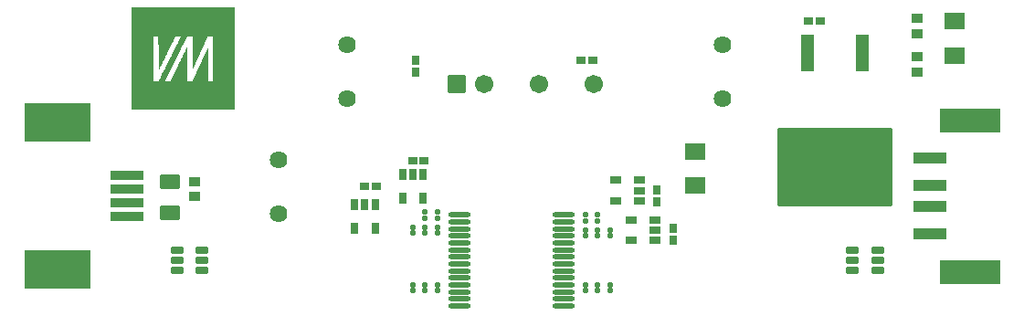
<source format=gts>
G04 Layer: TopSolderMaskLayer*
G04 EasyEDA Pro v2.2.36.7, 2025-03-08 17:24:09*
G04 Gerber Generator version 0.3*
G04 Scale: 100 percent, Rotated: No, Reflected: No*
G04 Dimensions in millimeters*
G04 Leading zeros omitted, absolute positions, 4 integers and 5 decimals*
%FSLAX45Y45*%
%MOMM*%
%AMRoundRect*1,1,$1,$2,$3*1,1,$1,$4,$5*1,1,$1,0-$2,0-$3*1,1,$1,0-$4,0-$5*20,1,$1,$2,$3,$4,$5,0*20,1,$1,$4,$5,0-$2,0-$3,0*20,1,$1,0-$2,0-$3,0-$4,0-$5,0*20,1,$1,0-$4,0-$5,$2,$3,0*4,1,4,$2,$3,$4,$5,0-$2,0-$3,0-$4,0-$5,$2,$3,0*%
%ADD10RoundRect,0.08756X0.54302X0.27302X0.54302X-0.27302*%
%ADD11O,2.11709X0.46561*%
%ADD12RoundRect,0.09388X0.57086X1.68313X0.57086X-1.68313*%
%ADD13RoundRect,0.1002X5.2839X3.59096X5.2839X-3.59096*%
%ADD14RoundRect,0.09588X-0.80286X0.80286X0.80286X0.80286*%
%ADD15C,1.7016*%
%ADD16RoundRect,0.09702X-2.75229X-1.02729X-2.75229X1.02729*%
%ADD17RoundRect,0.0982X-1.50468X-0.45468X-1.50468X0.45468*%
%ADD18RoundRect,0.09224X-1.50468X-0.45468X-1.50468X0.45468*%
%ADD19RoundRect,0.08202X-0.17179X-0.194X-0.17179X0.194*%
%ADD20RoundRect,0.08202X0.17179X0.194X0.17179X-0.194*%
%ADD21RoundRect,0.08771X0.40199X-0.27695X-0.40199X-0.27695*%
%ADD22RoundRect,0.08771X-0.27695X-0.40199X-0.27695X0.40199*%
%ADD23RoundRect,0.08771X-0.40199X0.27695X0.40199X0.27695*%
%ADD24RoundRect,0.09419X-0.8677X-0.59875X-0.8677X0.59875*%
%ADD25RoundRect,0.09131X-0.43715X-0.40514X-0.43715X0.40514*%
%ADD26RoundRect,0.09138X0.43712X0.40835X0.43712X-0.40835*%
%ADD27RoundRect,0.09138X-0.43712X-0.40835X-0.43712X0.40835*%
%ADD28RoundRect,0.08752X-0.50625X-0.30625X-0.50625X0.30625*%
%ADD29RoundRect,0.08752X0.30625X-0.50625X-0.30625X-0.50625*%
%ADD30C,1.6256*%
%ADD31RoundRect,0.09017X1.50571X0.35571X1.50571X-0.35571*%
%ADD32RoundRect,0.09874X3.02643X1.70143X3.02643X-1.70143*%
%ADD33RoundRect,0.09549X-0.86705X-0.74556X-0.86705X0.74556*%
G75*


G04 Image Start*
G36*
G01X1397000Y-590550D02*
G01X1397000Y-801981D01*
G01X1596549Y-801981D01*
G01X1596549Y-593950D01*
G01X1596549Y-385921D01*
G01X1596871Y-385599D01*
G01X1597193Y-385277D01*
G01X1620088Y-385400D01*
G01X1642982Y-385525D01*
G01X1643280Y-541496D01*
G01X1643280Y-541496D01*
G01X1643576Y-697468D01*
G01X1643994Y-700326D01*
G01X1644412Y-703183D01*
G01X1649055Y-693894D01*
G01X1653699Y-684605D01*
G01X1653699Y-684012D01*
G01X1653699Y-683418D01*
G01X1654056Y-683414D01*
G01X1654413Y-683411D01*
G01X1655008Y-682130D01*
G01X1655604Y-680847D01*
G01X1655604Y-680228D01*
G01X1655604Y-679609D01*
G01X1656080Y-679609D01*
G01X1656556Y-679609D01*
G01X1656556Y-678655D01*
G01X1656556Y-677703D01*
G01X1657033Y-677703D01*
G01X1657508Y-677703D01*
G01X1657508Y-676751D01*
G01X1657508Y-675798D01*
G01X1657985Y-675798D01*
G01X1658461Y-675798D01*
G01X1658461Y-674846D01*
G01X1658461Y-673893D01*
G01X1658937Y-673893D01*
G01X1659413Y-673893D01*
G01X1659413Y-672941D01*
G01X1659413Y-671989D01*
G01X1659890Y-671989D01*
G01X1660367Y-671989D01*
G01X1660367Y-671036D01*
G01X1660367Y-670084D01*
G01X1660842Y-670084D01*
G01X1661319Y-670084D01*
G01X1661319Y-669462D01*
G01X1661319Y-668839D01*
G01X1665129Y-661272D01*
G01X1668938Y-653706D01*
G01X1668938Y-653084D01*
G01X1668938Y-652462D01*
G01X1669415Y-652462D01*
G01X1669892Y-652462D01*
G01X1669892Y-651509D01*
G01X1669892Y-650557D01*
G01X1670367Y-650557D01*
G01X1670844Y-650557D01*
G01X1670844Y-649605D01*
G01X1670844Y-648652D01*
G01X1671320Y-648652D01*
G01X1671796Y-648652D01*
G01X1671801Y-648057D01*
G01X1671804Y-647462D01*
G01X1675610Y-639853D01*
G01X1679417Y-632244D01*
G01X1679417Y-631677D01*
G01X1679417Y-631110D01*
G01X1679773Y-630952D01*
G01X1680130Y-630793D01*
G01X1681679Y-627750D01*
G01X1683226Y-624706D01*
G01X1683226Y-624058D01*
G01X1683226Y-623411D01*
G01X1683702Y-623411D01*
G01X1684179Y-623411D01*
G01X1684179Y-622459D01*
G01X1684179Y-621506D01*
G01X1684655Y-621506D01*
G01X1685131Y-621506D01*
G01X1685131Y-620554D01*
G01X1685131Y-619602D01*
G01X1685488Y-619597D01*
G01X1685846Y-619593D01*
G01X1686441Y-618312D01*
G01X1687036Y-617030D01*
G01X1687036Y-616410D01*
G01X1687036Y-615791D01*
G01X1687512Y-615791D01*
G01X1687988Y-615791D01*
G01X1687988Y-615122D01*
G01X1687988Y-614452D01*
G01X1689060Y-612383D01*
G01X1690132Y-610314D01*
G01X1690489Y-610155D01*
G01X1690846Y-609997D01*
G01X1690846Y-609112D01*
G01X1690846Y-608227D01*
G01X1691322Y-607933D01*
G01X1691799Y-607639D01*
G01X1691799Y-606754D01*
G01X1691799Y-605869D01*
G01X1692180Y-605711D01*
G01X1692560Y-605551D01*
G01X1694084Y-602367D01*
G01X1695608Y-599182D01*
G01X1695608Y-598677D01*
G01X1695608Y-598170D01*
G01X1696085Y-598170D01*
G01X1696561Y-598170D01*
G01X1696561Y-597550D01*
G01X1696561Y-596931D01*
G01X1700847Y-588406D01*
G01X1705133Y-579882D01*
G01X1705133Y-579263D01*
G01X1705133Y-578643D01*
G01X1705610Y-578643D01*
G01X1706086Y-578643D01*
G01X1706086Y-577691D01*
G01X1706086Y-576738D01*
G01X1706443Y-576734D01*
G01X1706800Y-576731D01*
G01X1707395Y-575450D01*
G01X1707992Y-574167D01*
G01X1707992Y-573548D01*
G01X1707992Y-572929D01*
G01X1708467Y-572929D01*
G01X1708944Y-572929D01*
G01X1708944Y-571975D01*
G01X1708944Y-571023D01*
G01X1709420Y-571023D01*
G01X1709896Y-571023D01*
G01X1709896Y-570386D01*
G01X1709896Y-569747D01*
G01X1712277Y-565071D01*
G01X1714658Y-560393D01*
G01X1714658Y-559755D01*
G01X1714658Y-559118D01*
G01X1715135Y-559118D01*
G01X1715611Y-559118D01*
G01X1715611Y-558595D01*
G01X1715611Y-558073D01*
G01X1719421Y-550365D01*
G01X1723231Y-542655D01*
G01X1723231Y-542076D01*
G01X1723231Y-541496D01*
G01X1723588Y-541493D01*
G01X1723946Y-541488D01*
G01X1724541Y-540207D01*
G01X1725136Y-538925D01*
G01X1725136Y-538305D01*
G01X1725136Y-537686D01*
G01X1725613Y-537686D01*
G01X1726088Y-537686D01*
G01X1726088Y-536734D01*
G01X1726088Y-535781D01*
G01X1726565Y-535781D01*
G01X1727042Y-535781D01*
G01X1727042Y-534829D01*
G01X1727042Y-533876D01*
G01X1727517Y-533876D01*
G01X1727994Y-533876D01*
G01X1727994Y-532924D01*
G01X1727994Y-531972D01*
G01X1728350Y-531968D01*
G01X1728708Y-531963D01*
G01X1729304Y-530682D01*
G01X1729899Y-529400D01*
G01X1729899Y-528780D01*
G01X1729899Y-528161D01*
G01X1730375Y-528161D01*
G01X1730851Y-528161D01*
G01X1730851Y-527461D01*
G01X1730851Y-526761D01*
G01X1731804Y-525065D01*
G01X1732756Y-523370D01*
G01X1732756Y-522669D01*
G01X1732756Y-521970D01*
G01X1733113Y-521966D01*
G01X1733471Y-521963D01*
G01X1734066Y-520680D01*
G01X1734661Y-519398D01*
G01X1734661Y-518779D01*
G01X1734661Y-518159D01*
G01X1735138Y-518159D01*
G01X1735613Y-518159D01*
G01X1735613Y-517207D01*
G01X1735613Y-516254D01*
G01X1736090Y-516254D01*
G01X1736566Y-516254D01*
G01X1736566Y-515632D01*
G01X1736566Y-515011D01*
G01X1740376Y-507444D01*
G01X1744186Y-499878D01*
G01X1744186Y-499256D01*
G01X1744186Y-498634D01*
G01X1744543Y-498629D01*
G01X1744900Y-498626D01*
G01X1745496Y-497345D01*
G01X1746091Y-496062D01*
G01X1746091Y-495443D01*
G01X1746091Y-494824D01*
G01X1746567Y-494824D01*
G01X1747043Y-494824D01*
G01X1747043Y-493872D01*
G01X1747043Y-492918D01*
G01X1747520Y-492918D01*
G01X1747995Y-492918D01*
G01X1747993Y-492323D01*
G01X1747991Y-491728D01*
G01X1750897Y-485775D01*
G01X1753806Y-479821D01*
G01X1754235Y-478988D01*
G01X1754663Y-478154D01*
G01X1755104Y-477321D01*
G01X1755543Y-476487D01*
G01X1760818Y-465767D01*
G01X1766093Y-455047D01*
G01X1766093Y-454457D01*
G01X1766093Y-453866D01*
G01X1766570Y-453866D01*
G01X1767047Y-453866D01*
G01X1767047Y-452913D01*
G01X1767047Y-451961D01*
G01X1767522Y-451961D01*
G01X1767999Y-451961D01*
G01X1767999Y-451330D01*
G01X1767999Y-450700D01*
G01X1770856Y-445055D01*
G01X1773713Y-439412D01*
G01X1773713Y-438781D01*
G01X1773713Y-438150D01*
G01X1774190Y-438150D01*
G01X1774666Y-438150D01*
G01X1774666Y-437533D01*
G01X1774666Y-436917D01*
G01X1779429Y-427434D01*
G01X1784191Y-417952D01*
G01X1784191Y-417336D01*
G01X1784191Y-416719D01*
G01X1784667Y-416719D01*
G01X1785143Y-416719D01*
G01X1785143Y-415767D01*
G01X1785143Y-414813D01*
G01X1785620Y-414813D01*
G01X1786097Y-414813D01*
G01X1786097Y-413861D01*
G01X1786097Y-412908D01*
G01X1786572Y-412908D01*
G01X1787049Y-412908D01*
G01X1787049Y-411956D01*
G01X1787049Y-411004D01*
G01X1787525Y-411004D01*
G01X1788001Y-411004D01*
G01X1788001Y-410377D01*
G01X1788001Y-409751D01*
G01X1790379Y-405020D01*
G01X1792756Y-400288D01*
G01X1792759Y-399692D01*
G01X1792763Y-399097D01*
G01X1793240Y-399097D01*
G01X1793716Y-399097D01*
G01X1793716Y-398505D01*
G01X1793716Y-397913D01*
G01X1796860Y-391600D01*
G01X1800005Y-385286D01*
G01X1821836Y-385286D01*
G01X1843666Y-385286D01*
G01X1843960Y-385762D01*
G01X1844255Y-386238D01*
G01X1847084Y-386238D01*
G01X1849913Y-386238D01*
G01X1849913Y-387085D01*
G01X1849913Y-387932D01*
G01X1842293Y-403146D01*
G01X1834673Y-418359D01*
G01X1834673Y-418927D01*
G01X1834673Y-419497D01*
G01X1834305Y-419656D01*
G01X1833936Y-419814D01*
G01X1820969Y-445770D01*
G01X1808003Y-471725D01*
G01X1808003Y-472321D01*
G01X1808004Y-472916D01*
G01X1807527Y-472916D01*
G01X1807051Y-472916D01*
G01X1807051Y-473868D01*
G01X1807051Y-474820D01*
G01X1806694Y-474825D01*
G01X1806337Y-474829D01*
G01X1805742Y-476110D01*
G01X1805147Y-477392D01*
G01X1805147Y-477972D01*
G01X1805147Y-478551D01*
G01X1804785Y-478711D01*
G01X1804423Y-478869D01*
G01X1802399Y-482917D01*
G01X1800376Y-486966D01*
G01X1800379Y-487561D01*
G01X1800384Y-488156D01*
G01X1799907Y-488156D01*
G01X1799431Y-488156D01*
G01X1799431Y-489109D01*
G01X1799431Y-490061D01*
G01X1798954Y-490061D01*
G01X1798479Y-490061D01*
G01X1798479Y-490974D01*
G01X1798479Y-491887D01*
G01X1798117Y-492045D01*
G01X1797755Y-492205D01*
G01X1795732Y-496252D01*
G01X1793708Y-500300D01*
G01X1793711Y-500896D01*
G01X1793716Y-501491D01*
G01X1793240Y-501491D01*
G01X1792763Y-501491D01*
G01X1792763Y-502443D01*
G01X1792763Y-503397D01*
G01X1792288Y-503397D01*
G01X1791811Y-503397D01*
G01X1791811Y-504349D01*
G01X1791811Y-505301D01*
G01X1791334Y-505301D01*
G01X1790859Y-505301D01*
G01X1790859Y-506254D01*
G01X1790859Y-507206D01*
G01X1790382Y-507206D01*
G01X1789906Y-507206D01*
G01X1789906Y-508159D01*
G01X1789906Y-509111D01*
G01X1789549Y-509115D01*
G01X1789192Y-509118D01*
G01X1788596Y-510401D01*
G01X1788001Y-511682D01*
G01X1788001Y-512301D01*
G01X1788001Y-512922D01*
G01X1787525Y-512922D01*
G01X1787049Y-512922D01*
G01X1787049Y-513874D01*
G01X1787049Y-514826D01*
G01X1786572Y-514826D01*
G01X1786097Y-514826D01*
G01X1786097Y-515779D01*
G01X1786097Y-516731D01*
G01X1785620Y-516731D01*
G01X1785143Y-516731D01*
G01X1785143Y-517684D01*
G01X1785143Y-518636D01*
G01X1784667Y-518636D01*
G01X1784191Y-518636D01*
G01X1784191Y-519588D01*
G01X1784191Y-520541D01*
G01X1783715Y-520541D01*
G01X1783238Y-520541D01*
G01X1783238Y-521493D01*
G01X1783238Y-522447D01*
G01X1782763Y-522447D01*
G01X1782286Y-522447D01*
G01X1782286Y-523399D01*
G01X1782286Y-524351D01*
G01X1781810Y-524351D01*
G01X1781334Y-524351D01*
G01X1781334Y-525304D01*
G01X1781334Y-526256D01*
G01X1780857Y-526256D01*
G01X1780381Y-526256D01*
G01X1780381Y-526875D01*
G01X1780381Y-527495D01*
G01X1779786Y-528777D01*
G01X1779191Y-530059D01*
G01X1778834Y-530063D01*
G01X1778476Y-530066D01*
G01X1778476Y-531018D01*
G01X1778476Y-531972D01*
G01X1778000Y-531972D01*
G01X1777524Y-531972D01*
G01X1777524Y-532924D01*
G01X1777524Y-533876D01*
G01X1777047Y-533876D01*
G01X1776572Y-533876D01*
G01X1776572Y-534829D01*
G01X1776572Y-535781D01*
G01X1776095Y-535781D01*
G01X1775618Y-535781D01*
G01X1775618Y-536734D01*
G01X1775618Y-537686D01*
G01X1775142Y-537686D01*
G01X1774666Y-537686D01*
G01X1774666Y-538638D01*
G01X1774666Y-539591D01*
G01X1774190Y-539591D01*
G01X1773713Y-539591D01*
G01X1773713Y-540543D01*
G01X1773713Y-541496D01*
G01X1773238Y-541496D01*
G01X1772761Y-541496D01*
G01X1772761Y-542116D01*
G01X1772761Y-542735D01*
G01X1772166Y-544016D01*
G01X1771571Y-545299D01*
G01X1771213Y-545302D01*
G01X1770856Y-545306D01*
G01X1770856Y-546259D01*
G01X1770856Y-547211D01*
G01X1770379Y-547211D01*
G01X1769904Y-547211D01*
G01X1769904Y-547830D01*
G01X1769904Y-548450D01*
G01X1769309Y-549732D01*
G01X1768712Y-551013D01*
G01X1768356Y-551018D01*
G01X1767999Y-551021D01*
G01X1767999Y-551973D01*
G01X1767999Y-552925D01*
G01X1767522Y-552925D01*
G01X1767047Y-552925D01*
G01X1767047Y-553879D01*
G01X1767047Y-554831D01*
G01X1766570Y-554831D01*
G01X1766093Y-554831D01*
G01X1766093Y-555478D01*
G01X1766093Y-556126D01*
G01X1764546Y-559170D01*
G01X1762998Y-562213D01*
G01X1762641Y-562372D01*
G01X1762284Y-562530D01*
G01X1762284Y-563093D01*
G01X1762284Y-563655D01*
G01X1747043Y-594122D01*
G01X1731804Y-624588D01*
G01X1731804Y-625150D01*
G01X1731804Y-625713D01*
G01X1731446Y-625871D01*
G01X1731089Y-626030D01*
G01X1729542Y-629154D01*
G01X1727994Y-632279D01*
G01X1727994Y-632845D01*
G01X1727994Y-633412D01*
G01X1727517Y-633412D01*
G01X1727042Y-633412D01*
G01X1727042Y-634324D01*
G01X1727042Y-635238D01*
G01X1726669Y-635396D01*
G01X1726298Y-635556D01*
G01X1723812Y-640645D01*
G01X1721326Y-645735D01*
G01X1721326Y-646241D01*
G01X1721326Y-646747D01*
G01X1720850Y-646747D01*
G01X1720374Y-646747D01*
G01X1720374Y-647700D01*
G01X1720374Y-648652D01*
G01X1719897Y-648652D01*
G01X1719421Y-648652D01*
G01X1719421Y-649605D01*
G01X1719421Y-650557D01*
G01X1718945Y-650557D01*
G01X1718469Y-650557D01*
G01X1718469Y-651509D01*
G01X1718469Y-652462D01*
G01X1717992Y-652462D01*
G01X1717517Y-652462D01*
G01X1717517Y-653082D01*
G01X1717517Y-653701D01*
G01X1716921Y-654983D01*
G01X1716325Y-656264D01*
G01X1715968Y-656268D01*
G01X1715611Y-656272D01*
G01X1715611Y-657225D01*
G01X1715611Y-658177D01*
G01X1715135Y-658177D01*
G01X1714658Y-658177D01*
G01X1714658Y-658796D01*
G01X1714658Y-659416D01*
G01X1714063Y-660698D01*
G01X1713468Y-661980D01*
G01X1713111Y-661984D01*
G01X1712754Y-661987D01*
G01X1712754Y-662607D01*
G01X1712754Y-663226D01*
G01X1712158Y-664508D01*
G01X1711563Y-665789D01*
G01X1711206Y-665793D01*
G01X1710849Y-665798D01*
G01X1710849Y-666750D01*
G01X1710849Y-667702D01*
G01X1710372Y-667702D01*
G01X1709896Y-667702D01*
G01X1709896Y-668285D01*
G01X1709896Y-668867D01*
G01X1707395Y-673881D01*
G01X1704896Y-678894D01*
G01X1704538Y-679053D01*
G01X1704181Y-679212D01*
G01X1704181Y-680124D01*
G01X1704181Y-681037D01*
G01X1703704Y-681037D01*
G01X1703229Y-681037D01*
G01X1703229Y-681989D01*
G01X1703229Y-682943D01*
G01X1702752Y-682943D01*
G01X1702276Y-682943D01*
G01X1702276Y-683545D01*
G01X1702276Y-684147D01*
G01X1688465Y-711756D01*
G01X1674654Y-739363D01*
G01X1674654Y-739965D01*
G01X1674654Y-740569D01*
G01X1674178Y-740569D01*
G01X1673701Y-740569D01*
G01X1673701Y-741481D01*
G01X1673701Y-742394D01*
G01X1673344Y-742553D01*
G01X1672987Y-742711D01*
G01X1671439Y-745755D01*
G01X1669892Y-748798D01*
G01X1669892Y-749406D01*
G01X1669892Y-750014D01*
G01X1669534Y-750173D01*
G01X1669177Y-750331D01*
G01X1668105Y-752401D01*
G01X1667033Y-754469D01*
G01X1667033Y-755100D01*
G01X1667033Y-755729D01*
G01X1666667Y-755888D01*
G01X1666300Y-756047D01*
G01X1660950Y-766762D01*
G01X1655601Y-777477D01*
G01X1655602Y-778073D01*
G01X1655604Y-778669D01*
G01X1655128Y-778669D01*
G01X1654651Y-778669D01*
G01X1654651Y-779581D01*
G01X1654651Y-780494D01*
G01X1654287Y-780653D01*
G01X1653923Y-780811D01*
G01X1650951Y-786765D01*
G01X1647978Y-792718D01*
G01X1647981Y-793313D01*
G01X1647983Y-793908D01*
G01X1647508Y-793908D01*
G01X1647031Y-793908D01*
G01X1647031Y-794860D01*
G01X1647031Y-795814D01*
G01X1646674Y-795817D01*
G01X1646316Y-795821D01*
G01X1645721Y-797103D01*
G01X1645126Y-798384D01*
G01X1645126Y-799004D01*
G01X1645126Y-799623D01*
G01X1644649Y-799623D01*
G01X1644174Y-799623D01*
G01X1644174Y-800372D01*
G01X1644174Y-801120D01*
G01X1643374Y-801920D01*
G01X1643051Y-802243D01*
G01X1702038Y-802243D01*
G01X1702200Y-800576D01*
G01X1702361Y-798909D01*
G01X1702795Y-798751D01*
G01X1703229Y-798591D01*
G01X1703229Y-797719D01*
G01X1703229Y-796845D01*
G01X1703591Y-796687D01*
G01X1703951Y-796527D01*
G01X1705975Y-792480D01*
G01X1707999Y-788431D01*
G01X1707995Y-787876D01*
G01X1707992Y-787320D01*
G01X1708348Y-787162D01*
G01X1708705Y-787002D01*
G01X1710254Y-783959D01*
G01X1711801Y-780916D01*
G01X1711801Y-780308D01*
G01X1711801Y-779701D01*
G01X1712166Y-779541D01*
G01X1712533Y-779383D01*
G01X1716456Y-771525D01*
G01X1720379Y-763666D01*
G01X1720376Y-763111D01*
G01X1720374Y-762555D01*
G01X1720742Y-762396D01*
G01X1721110Y-762238D01*
G01X1755142Y-694134D01*
G01X1789175Y-626030D01*
G01X1789541Y-625871D01*
G01X1789906Y-625713D01*
G01X1789906Y-625159D01*
G01X1789906Y-624605D01*
G01X1793358Y-617698D01*
G01X1796812Y-610790D01*
G01X1797169Y-610632D01*
G01X1797526Y-610473D01*
G01X1797524Y-609917D01*
G01X1797523Y-609362D01*
G01X1800025Y-604361D01*
G01X1802526Y-599360D01*
G01X1802883Y-599202D01*
G01X1803241Y-599043D01*
G01X1803241Y-598464D01*
G01X1803241Y-597883D01*
G01X1803836Y-596602D01*
G01X1804432Y-595320D01*
G01X1804788Y-595316D01*
G01X1805147Y-595312D01*
G01X1805147Y-594611D01*
G01X1805147Y-593909D01*
G01X1806308Y-591872D01*
G01X1807469Y-589835D01*
G01X1811657Y-581500D01*
G01X1815846Y-573167D01*
G01X1816210Y-573007D01*
G01X1816576Y-572849D01*
G01X1816576Y-571937D01*
G01X1816576Y-571023D01*
G01X1817052Y-571023D01*
G01X1817529Y-571023D01*
G01X1817529Y-570071D01*
G01X1817529Y-569118D01*
G01X1818004Y-569118D01*
G01X1818481Y-569118D01*
G01X1818481Y-568499D01*
G01X1818481Y-567879D01*
G01X1819076Y-566597D01*
G01X1819671Y-565316D01*
G01X1820029Y-565313D01*
G01X1820386Y-565309D01*
G01X1820386Y-564356D01*
G01X1820386Y-563404D01*
G01X1820863Y-563404D01*
G01X1821338Y-563404D01*
G01X1821338Y-562450D01*
G01X1821338Y-561498D01*
G01X1821815Y-561498D01*
G01X1822291Y-561498D01*
G01X1822291Y-560546D01*
G01X1822291Y-559593D01*
G01X1822768Y-559593D01*
G01X1823243Y-559593D01*
G01X1823243Y-558641D01*
G01X1823243Y-557688D01*
G01X1823720Y-557688D01*
G01X1824196Y-557688D01*
G01X1824196Y-556736D01*
G01X1824196Y-555784D01*
G01X1824672Y-555784D01*
G01X1825149Y-555784D01*
G01X1825149Y-554831D01*
G01X1825149Y-553879D01*
G01X1825625Y-553879D01*
G01X1826101Y-553879D01*
G01X1826101Y-552925D01*
G01X1826101Y-551973D01*
G01X1826577Y-551973D01*
G01X1827054Y-551973D01*
G01X1827054Y-551021D01*
G01X1827054Y-550068D01*
G01X1827530Y-550068D01*
G01X1828006Y-550068D01*
G01X1828006Y-549116D01*
G01X1828006Y-548163D01*
G01X1828482Y-548163D01*
G01X1828959Y-548163D01*
G01X1828959Y-547211D01*
G01X1828959Y-546259D01*
G01X1829434Y-546259D01*
G01X1829911Y-546259D01*
G01X1829911Y-545306D01*
G01X1829911Y-544354D01*
G01X1830388Y-544354D01*
G01X1830863Y-544354D01*
G01X1830863Y-543401D01*
G01X1830863Y-542449D01*
G01X1831340Y-542449D01*
G01X1831816Y-542449D01*
G01X1831816Y-541496D01*
G01X1831816Y-540543D01*
G01X1832293Y-540543D01*
G01X1832768Y-540543D01*
G01X1832768Y-539591D01*
G01X1832768Y-538638D01*
G01X1833245Y-538638D01*
G01X1833721Y-538638D01*
G01X1833721Y-537686D01*
G01X1833721Y-536734D01*
G01X1834197Y-536734D01*
G01X1834673Y-536734D01*
G01X1834673Y-535781D01*
G01X1834673Y-534829D01*
G01X1835150Y-534829D01*
G01X1835625Y-534829D01*
G01X1835625Y-533876D01*
G01X1835625Y-532924D01*
G01X1836102Y-532924D01*
G01X1836579Y-532924D01*
G01X1836579Y-531972D01*
G01X1836579Y-531018D01*
G01X1837055Y-531018D01*
G01X1837531Y-531018D01*
G01X1837531Y-530066D01*
G01X1837531Y-529113D01*
G01X1838007Y-529113D01*
G01X1838484Y-529113D01*
G01X1838484Y-528161D01*
G01X1838484Y-527209D01*
G01X1838959Y-527209D01*
G01X1839436Y-527209D01*
G01X1839436Y-526256D01*
G01X1839436Y-525304D01*
G01X1839793Y-525300D01*
G01X1840151Y-525297D01*
G01X1840746Y-524014D01*
G01X1841341Y-522732D01*
G01X1841341Y-522113D01*
G01X1841341Y-521493D01*
G01X1841818Y-521493D01*
G01X1842293Y-521493D01*
G01X1842293Y-520541D01*
G01X1842293Y-519588D01*
G01X1842770Y-519588D01*
G01X1843246Y-519588D01*
G01X1843246Y-518636D01*
G01X1843246Y-517684D01*
G01X1843722Y-517684D01*
G01X1844198Y-517684D01*
G01X1844198Y-516731D01*
G01X1844198Y-515779D01*
G01X1844675Y-515779D01*
G01X1845150Y-515779D01*
G01X1845150Y-514826D01*
G01X1845150Y-513874D01*
G01X1845509Y-513870D01*
G01X1845865Y-513866D01*
G01X1846461Y-512584D01*
G01X1847056Y-511302D01*
G01X1847056Y-510682D01*
G01X1847056Y-510063D01*
G01X1847532Y-510063D01*
G01X1848009Y-510063D01*
G01X1848009Y-509111D01*
G01X1848009Y-508159D01*
G01X1848484Y-508159D01*
G01X1848961Y-508159D01*
G01X1848961Y-507246D01*
G01X1848961Y-506332D01*
G01X1849318Y-506174D01*
G01X1849676Y-506016D01*
G01X1851223Y-502972D01*
G01X1852771Y-499928D01*
G01X1852771Y-499321D01*
G01X1852771Y-498713D01*
G01X1853139Y-498554D01*
G01X1853507Y-498396D01*
G01X1860862Y-483632D01*
G01X1868215Y-468868D01*
G01X1868471Y-468629D01*
G01X1868726Y-468392D01*
G01X1869799Y-466249D01*
G01X1870871Y-464105D01*
G01X1870869Y-463550D01*
G01X1870868Y-462995D01*
G01X1871235Y-462835D01*
G01X1871600Y-462677D01*
G01X1875631Y-454580D01*
G01X1879662Y-446484D01*
G01X1880028Y-446325D01*
G01X1880393Y-446167D01*
G01X1880393Y-445254D01*
G01X1880393Y-444342D01*
G01X1880870Y-444342D01*
G01X1881346Y-444342D01*
G01X1881346Y-443388D01*
G01X1881346Y-442436D01*
G01X1881822Y-442436D01*
G01X1882298Y-442436D01*
G01X1882298Y-441483D01*
G01X1882298Y-440531D01*
G01X1882775Y-440531D01*
G01X1883252Y-440531D01*
G01X1883252Y-439579D01*
G01X1883252Y-438626D01*
G01X1883727Y-438626D01*
G01X1884204Y-438626D01*
G01X1884204Y-437674D01*
G01X1884204Y-436721D01*
G01X1884680Y-436721D01*
G01X1885156Y-436721D01*
G01X1885156Y-435769D01*
G01X1885156Y-434817D01*
G01X1885632Y-434817D01*
G01X1886109Y-434817D01*
G01X1886109Y-433863D01*
G01X1886109Y-432911D01*
G01X1886584Y-432911D01*
G01X1887061Y-432911D01*
G01X1887061Y-431958D01*
G01X1887061Y-431006D01*
G01X1887537Y-431006D01*
G01X1888014Y-431006D01*
G01X1888014Y-430054D01*
G01X1888014Y-429101D01*
G01X1888489Y-429101D01*
G01X1888966Y-429101D01*
G01X1888966Y-428149D01*
G01X1888966Y-427196D01*
G01X1889443Y-427196D01*
G01X1889918Y-427196D01*
G01X1889918Y-426244D01*
G01X1889918Y-425292D01*
G01X1890395Y-425292D01*
G01X1890871Y-425292D01*
G01X1890871Y-424338D01*
G01X1890871Y-423386D01*
G01X1891347Y-423386D01*
G01X1891823Y-423386D01*
G01X1891823Y-422433D01*
G01X1891823Y-421481D01*
G01X1892300Y-421481D01*
G01X1892777Y-421481D01*
G01X1892777Y-420529D01*
G01X1892777Y-419576D01*
G01X1893252Y-419576D01*
G01X1893729Y-419576D01*
G01X1893729Y-418624D01*
G01X1893729Y-417671D01*
G01X1894205Y-417671D01*
G01X1894681Y-417671D01*
G01X1894681Y-416719D01*
G01X1894681Y-415767D01*
G01X1895157Y-415767D01*
G01X1895634Y-415767D01*
G01X1895634Y-414813D01*
G01X1895634Y-413861D01*
G01X1896109Y-413861D01*
G01X1896586Y-413861D01*
G01X1896586Y-412908D01*
G01X1896586Y-411956D01*
G01X1897062Y-411956D01*
G01X1897539Y-411956D01*
G01X1897539Y-411004D01*
G01X1897539Y-410051D01*
G01X1898014Y-410051D01*
G01X1898491Y-410051D01*
G01X1898491Y-409099D01*
G01X1898491Y-408146D01*
G01X1898968Y-408146D01*
G01X1899443Y-408146D01*
G01X1899443Y-407194D01*
G01X1899443Y-406242D01*
G01X1899920Y-406242D01*
G01X1900396Y-406242D01*
G01X1900396Y-405328D01*
G01X1900396Y-404415D01*
G01X1900753Y-404257D01*
G01X1901110Y-404098D01*
G01X1902182Y-402028D01*
G01X1903254Y-399960D01*
G01X1903254Y-399291D01*
G01X1903254Y-398621D01*
G01X1903730Y-398621D01*
G01X1904206Y-398621D01*
G01X1904206Y-397669D01*
G01X1904206Y-396717D01*
G01X1904682Y-396717D01*
G01X1905159Y-396717D01*
G01X1905159Y-395763D01*
G01X1905159Y-394811D01*
G01X1905634Y-394811D01*
G01X1906111Y-394811D01*
G01X1906111Y-393858D01*
G01X1906111Y-392906D01*
G01X1906468Y-392903D01*
G01X1906826Y-392899D01*
G01X1907421Y-391617D01*
G01X1908016Y-390334D01*
G01X1908016Y-389715D01*
G01X1908016Y-389096D01*
G01X1908493Y-389096D01*
G01X1908968Y-389096D01*
G01X1908968Y-388348D01*
G01X1908968Y-387599D01*
G01X1909606Y-386962D01*
G01X1910243Y-386324D01*
G01X1915916Y-386011D01*
G01X1921589Y-385696D01*
G01X1937543Y-385349D01*
G01X1953497Y-385002D01*
G01X1955403Y-385025D01*
G01X1957308Y-385048D01*
G01X1957662Y-516017D01*
G01X1957662Y-516017D01*
G01X1958017Y-646985D01*
G01X1958376Y-671036D01*
G01X1958736Y-695086D01*
G01X1960082Y-692229D01*
G01X1961427Y-689372D01*
G01X1962344Y-687540D01*
G01X1963261Y-685710D01*
G01X1963261Y-685040D01*
G01X1963261Y-684371D01*
G01X1963737Y-684371D01*
G01X1964214Y-684371D01*
G01X1964214Y-683418D01*
G01X1964214Y-682466D01*
G01X1964689Y-682466D01*
G01X1965166Y-682466D01*
G01X1965166Y-681514D01*
G01X1965166Y-680561D01*
G01X1965643Y-680561D01*
G01X1966118Y-680561D01*
G01X1966118Y-679840D01*
G01X1966118Y-679119D01*
G01X1966535Y-678293D01*
G01X1966951Y-677465D01*
G01X1967964Y-675397D01*
G01X1968976Y-673327D01*
G01X1968976Y-672658D01*
G01X1968976Y-671989D01*
G01X1969452Y-671989D01*
G01X1969928Y-671989D01*
G01X1969928Y-671036D01*
G01X1969928Y-670084D01*
G01X1970405Y-670084D01*
G01X1970880Y-670084D01*
G01X1970880Y-669130D01*
G01X1970880Y-668178D01*
G01X1971357Y-668178D01*
G01X1971834Y-668178D01*
G01X1971834Y-667226D01*
G01X1971834Y-666273D01*
G01X1972310Y-666273D01*
G01X1972786Y-666273D01*
G01X1972786Y-665552D01*
G01X1972786Y-664831D01*
G01X1973208Y-664005D01*
G01X1973629Y-663178D01*
G01X1975113Y-660134D01*
G01X1976596Y-657091D01*
G01X1976596Y-656443D01*
G01X1976596Y-655796D01*
G01X1977073Y-655796D01*
G01X1977548Y-655796D01*
G01X1977548Y-654843D01*
G01X1977548Y-653891D01*
G01X1978025Y-653891D01*
G01X1978501Y-653891D01*
G01X1978501Y-653170D01*
G01X1978501Y-652449D01*
G01X1978922Y-651623D01*
G01X1979344Y-650795D01*
G01X1980828Y-647752D01*
G01X1982311Y-644708D01*
G01X1982311Y-644061D01*
G01X1982311Y-643414D01*
G01X1982787Y-643414D01*
G01X1983264Y-643414D01*
G01X1983264Y-642461D01*
G01X1983264Y-641509D01*
G01X1983739Y-641509D01*
G01X1984216Y-641509D01*
G01X1984216Y-640585D01*
G01X1984216Y-639659D01*
G01X1984692Y-639365D01*
G01X1985168Y-639071D01*
G01X1985168Y-638147D01*
G01X1985168Y-637222D01*
G01X1985644Y-637222D01*
G01X1986121Y-637222D01*
G01X1986121Y-636522D01*
G01X1986121Y-635822D01*
G01X1987073Y-634126D01*
G01X1988026Y-632431D01*
G01X1988026Y-631731D01*
G01X1988026Y-631031D01*
G01X1988502Y-631031D01*
G01X1988978Y-631031D01*
G01X1988978Y-630079D01*
G01X1988978Y-629127D01*
G01X1989455Y-629127D01*
G01X1989930Y-629127D01*
G01X1989930Y-628173D01*
G01X1989930Y-627221D01*
G01X1990407Y-627221D01*
G01X1990884Y-627221D01*
G01X1990884Y-626500D01*
G01X1990884Y-625779D01*
G01X1991305Y-624952D01*
G01X1991727Y-624126D01*
G01X1993210Y-621082D01*
G01X1994693Y-618039D01*
G01X1994693Y-617391D01*
G01X1994693Y-616743D01*
G01X1995169Y-616743D01*
G01X1995646Y-616743D01*
G01X1995646Y-615791D01*
G01X1995646Y-614839D01*
G01X1996123Y-614839D01*
G01X1996598Y-614839D01*
G01X1996598Y-614118D01*
G01X1996598Y-613397D01*
G01X1997058Y-612570D01*
G01X1997516Y-611742D01*
G01X1998486Y-609629D01*
G01X1999455Y-607516D01*
G01X1999455Y-606891D01*
G01X1999455Y-606266D01*
G01X1999932Y-606266D01*
G01X2000409Y-606266D01*
G01X2000409Y-605314D01*
G01X2000409Y-604361D01*
G01X2000885Y-604361D01*
G01X2001361Y-604361D01*
G01X2001361Y-603409D01*
G01X2001361Y-602456D01*
G01X2001837Y-602456D01*
G01X2002314Y-602456D01*
G01X2002314Y-601735D01*
G01X2002314Y-601015D01*
G01X2002730Y-600187D01*
G01X2003147Y-599360D01*
G01X2004159Y-597292D01*
G01X2005171Y-595222D01*
G01X2005171Y-594553D01*
G01X2005171Y-593884D01*
G01X2005648Y-593884D01*
G01X2006123Y-593884D01*
G01X2006123Y-592931D01*
G01X2006123Y-591979D01*
G01X2006600Y-591979D01*
G01X2007076Y-591979D01*
G01X2007076Y-591025D01*
G01X2007076Y-590073D01*
G01X2007552Y-590073D01*
G01X2008028Y-590073D01*
G01X2008028Y-589352D01*
G01X2008028Y-588631D01*
G01X2008450Y-587805D01*
G01X2008871Y-586978D01*
G01X2010356Y-583934D01*
G01X2011839Y-580891D01*
G01X2011839Y-580244D01*
G01X2011839Y-579596D01*
G01X2012314Y-579596D01*
G01X2012791Y-579596D01*
G01X2012791Y-578643D01*
G01X2012791Y-577691D01*
G01X2013267Y-577691D01*
G01X2013744Y-577691D01*
G01X2013744Y-576970D01*
G01X2013744Y-576249D01*
G01X2014160Y-575422D01*
G01X2014576Y-574596D01*
G01X2015589Y-572526D01*
G01X2016601Y-570457D01*
G01X2016601Y-569788D01*
G01X2016601Y-569118D01*
G01X2017077Y-569118D01*
G01X2017553Y-569118D01*
G01X2017553Y-568166D01*
G01X2017553Y-567213D01*
G01X2018030Y-567213D01*
G01X2018506Y-567213D01*
G01X2018506Y-566544D01*
G01X2018506Y-565875D01*
G01X2019458Y-563925D01*
G01X2020411Y-561975D01*
G01X2021364Y-560025D01*
G01X2022316Y-558075D01*
G01X2022316Y-557405D01*
G01X2022316Y-556736D01*
G01X2022792Y-556736D01*
G01X2023269Y-556736D01*
G01X2023269Y-555784D01*
G01X2023269Y-554831D01*
G01X2023744Y-554831D01*
G01X2024221Y-554831D01*
G01X2024221Y-553907D01*
G01X2024221Y-552982D01*
G01X2024698Y-552688D01*
G01X2025173Y-552393D01*
G01X2025173Y-551469D01*
G01X2025173Y-550545D01*
G01X2025650Y-550545D01*
G01X2026126Y-550545D01*
G01X2026126Y-549844D01*
G01X2026126Y-549145D01*
G01X2027078Y-547449D01*
G01X2028031Y-545753D01*
G01X2028031Y-545053D01*
G01X2028031Y-544354D01*
G01X2028507Y-544354D01*
G01X2028983Y-544354D01*
G01X2028983Y-543401D01*
G01X2028983Y-542449D01*
G01X2029460Y-542449D01*
G01X2029935Y-542449D01*
G01X2029935Y-541524D01*
G01X2029935Y-540600D01*
G01X2030412Y-540305D01*
G01X2030889Y-540011D01*
G01X2030889Y-539087D01*
G01X2030889Y-538163D01*
G01X2031364Y-538163D01*
G01X2031841Y-538163D01*
G01X2031841Y-537238D01*
G01X2031841Y-536313D01*
G01X2032317Y-536019D01*
G01X2032794Y-535725D01*
G01X2032794Y-534801D01*
G01X2032794Y-533876D01*
G01X2033269Y-533876D01*
G01X2033746Y-533876D01*
G01X2033746Y-532924D01*
G01X2033746Y-531972D01*
G01X2034223Y-531972D01*
G01X2034698Y-531972D01*
G01X2034698Y-531018D01*
G01X2034698Y-530066D01*
G01X2035175Y-530066D01*
G01X2035651Y-530066D01*
G01X2035651Y-528876D01*
G01X2035651Y-527684D01*
G01X2036127Y-527684D01*
G01X2036603Y-527684D01*
G01X2036603Y-526985D01*
G01X2036603Y-526285D01*
G01X2037556Y-524589D01*
G01X2038508Y-522893D01*
G01X2038508Y-522194D01*
G01X2038508Y-521493D01*
G01X2038985Y-521493D01*
G01X2039460Y-521493D01*
G01X2039460Y-520541D01*
G01X2039460Y-519588D01*
G01X2039937Y-519588D01*
G01X2040414Y-519588D01*
G01X2040414Y-518867D01*
G01X2040414Y-518147D01*
G01X2040830Y-517320D01*
G01X2041247Y-516493D01*
G01X2042258Y-514424D01*
G01X2043271Y-512354D01*
G01X2043271Y-511685D01*
G01X2043271Y-511016D01*
G01X2043748Y-511016D01*
G01X2044223Y-511016D01*
G01X2044223Y-510063D01*
G01X2044223Y-509111D01*
G01X2044700Y-509111D01*
G01X2045176Y-509111D01*
G01X2045176Y-508159D01*
G01X2045176Y-507206D01*
G01X2045652Y-507206D01*
G01X2046128Y-507206D01*
G01X2046144Y-506372D01*
G01X2046158Y-505539D01*
G01X2047573Y-502694D01*
G01X2048985Y-499849D01*
G01X2048985Y-499241D01*
G01X2048985Y-498634D01*
G01X2049462Y-498634D01*
G01X2049939Y-498634D01*
G01X2049939Y-497681D01*
G01X2049939Y-496729D01*
G01X2050414Y-496729D01*
G01X2050891Y-496729D01*
G01X2050891Y-496103D01*
G01X2050891Y-495479D01*
G01X2051866Y-493365D01*
G01X2052842Y-491251D01*
G01X2053771Y-489421D01*
G01X2054701Y-487590D01*
G01X2054701Y-486921D01*
G01X2054701Y-486251D01*
G01X2055177Y-486251D01*
G01X2055653Y-486251D01*
G01X2055653Y-485299D01*
G01X2055653Y-484347D01*
G01X2056130Y-484347D01*
G01X2056606Y-484347D01*
G01X2056621Y-483513D01*
G01X2056635Y-482680D01*
G01X2058050Y-479833D01*
G01X2059464Y-476988D01*
G01X2059464Y-476381D01*
G01X2059464Y-475774D01*
G01X2059939Y-475774D01*
G01X2060416Y-475774D01*
G01X2060416Y-474820D01*
G01X2060416Y-473868D01*
G01X2060892Y-473868D01*
G01X2061369Y-473868D01*
G01X2061369Y-473147D01*
G01X2061369Y-472427D01*
G01X2061827Y-471600D01*
G01X2062286Y-470773D01*
G01X2063256Y-468660D01*
G01X2064226Y-466546D01*
G01X2064226Y-465921D01*
G01X2064226Y-465295D01*
G01X2064703Y-465295D01*
G01X2065178Y-465295D01*
G01X2065178Y-464343D01*
G01X2065178Y-463391D01*
G01X2065655Y-463391D01*
G01X2066131Y-463391D01*
G01X2066131Y-462438D01*
G01X2066131Y-461486D01*
G01X2066607Y-461486D01*
G01X2067083Y-461486D01*
G01X2067083Y-460765D01*
G01X2067083Y-460044D01*
G01X2067500Y-459217D01*
G01X2067917Y-458391D01*
G01X2068929Y-456321D01*
G01X2069941Y-454252D01*
G01X2069941Y-453583D01*
G01X2069941Y-452913D01*
G01X2070417Y-452913D01*
G01X2070894Y-452913D01*
G01X2070894Y-451961D01*
G01X2070894Y-451008D01*
G01X2071369Y-451008D01*
G01X2071846Y-451008D01*
G01X2071846Y-450056D01*
G01X2071846Y-449104D01*
G01X2072322Y-449104D01*
G01X2072798Y-449104D01*
G01X2072798Y-448383D01*
G01X2072798Y-447662D01*
G01X2073349Y-446596D01*
G01X2073900Y-445532D01*
G01X2074302Y-444704D01*
G01X2074703Y-443878D01*
G01X2074703Y-443157D01*
G01X2074703Y-442436D01*
G01X2075180Y-442436D01*
G01X2075656Y-442436D01*
G01X2075656Y-441483D01*
G01X2075656Y-440531D01*
G01X2076132Y-440531D01*
G01X2076608Y-440531D01*
G01X2076608Y-439579D01*
G01X2076608Y-438626D01*
G01X2077085Y-438626D01*
G01X2077560Y-438626D01*
G01X2077560Y-437957D01*
G01X2077560Y-437288D01*
G01X2078514Y-435338D01*
G01X2079466Y-433388D01*
G01X2080419Y-431438D01*
G01X2081371Y-429488D01*
G01X2081371Y-428818D01*
G01X2081371Y-428149D01*
G01X2081847Y-428149D01*
G01X2082323Y-428149D01*
G01X2082323Y-427196D01*
G01X2082323Y-426244D01*
G01X2082799Y-426244D01*
G01X2083276Y-426244D01*
G01X2083276Y-425523D01*
G01X2083276Y-424802D01*
G01X2083697Y-423975D01*
G01X2084119Y-423148D01*
G01X2085602Y-420104D01*
G01X2087085Y-417061D01*
G01X2087085Y-416414D01*
G01X2087085Y-415767D01*
G01X2087562Y-415767D01*
G01X2088039Y-415767D01*
G01X2088039Y-414841D01*
G01X2088039Y-413917D01*
G01X2088515Y-413623D01*
G01X2088991Y-413329D01*
G01X2088991Y-412404D01*
G01X2088991Y-411479D01*
G01X2089467Y-411479D01*
G01X2089944Y-411479D01*
G01X2089944Y-410555D01*
G01X2089944Y-409631D01*
G01X2090419Y-409337D01*
G01X2090896Y-409042D01*
G01X2090896Y-408118D01*
G01X2090896Y-407194D01*
G01X2091372Y-407194D01*
G01X2091848Y-407194D01*
G01X2091848Y-406242D01*
G01X2091848Y-405288D01*
G01X2092324Y-405288D01*
G01X2092801Y-405288D01*
G01X2092801Y-404336D01*
G01X2092801Y-403383D01*
G01X2093278Y-403383D01*
G01X2093753Y-403383D01*
G01X2093753Y-402662D01*
G01X2093753Y-401942D01*
G01X2094175Y-401115D01*
G01X2094596Y-400288D01*
G01X2096080Y-397244D01*
G01X2097564Y-394200D01*
G01X2097564Y-393553D01*
G01X2097564Y-392906D01*
G01X2098040Y-392906D01*
G01X2098516Y-392906D01*
G01X2098516Y-391954D01*
G01X2098516Y-391001D01*
G01X2098992Y-391001D01*
G01X2099469Y-391001D01*
G01X2099469Y-389811D01*
G01X2099469Y-388620D01*
G01X2099944Y-388620D01*
G01X2100421Y-388620D01*
G01X2100437Y-387787D01*
G01X2100451Y-386953D01*
G01X2101084Y-386120D01*
G01X2101716Y-385286D01*
G01X2125834Y-385286D01*
G01X2149951Y-385286D01*
G01X2149951Y-594112D01*
G01X2149951Y-802939D01*
G01X2148879Y-803199D01*
G01X2147807Y-803459D01*
G01X2124710Y-803327D01*
G01X2101611Y-803195D01*
G01X2101288Y-704373D01*
G01X2100964Y-605551D01*
G01X2100651Y-550188D01*
G01X2100336Y-494824D01*
G01X2099903Y-494824D01*
G01X2099469Y-494824D01*
G01X2099469Y-495776D01*
G01X2099469Y-496729D01*
G01X2098992Y-496729D01*
G01X2098516Y-496729D01*
G01X2098516Y-497681D01*
G01X2098516Y-498634D01*
G01X2098040Y-498634D01*
G01X2097564Y-498634D01*
G01X2097564Y-499354D01*
G01X2097564Y-500075D01*
G01X2097146Y-500902D01*
G01X2096730Y-501730D01*
G01X2095718Y-503798D01*
G01X2094706Y-505867D01*
G01X2094706Y-506537D01*
G01X2094706Y-507206D01*
G01X2094230Y-507206D01*
G01X2093753Y-507206D01*
G01X2093753Y-508159D01*
G01X2093753Y-509111D01*
G01X2093278Y-509111D01*
G01X2092801Y-509111D01*
G01X2092801Y-509832D01*
G01X2092801Y-510553D01*
G01X2092373Y-511379D01*
G01X2091946Y-512207D01*
G01X2089989Y-516254D01*
G01X2088030Y-520303D01*
G01X2088035Y-520898D01*
G01X2088039Y-521493D01*
G01X2087562Y-521493D01*
G01X2087085Y-521493D01*
G01X2087085Y-522447D01*
G01X2087085Y-523399D01*
G01X2086610Y-523399D01*
G01X2086133Y-523399D01*
G01X2086133Y-524120D01*
G01X2086133Y-524840D01*
G01X2085675Y-525667D01*
G01X2085216Y-526494D01*
G01X2084246Y-528607D01*
G01X2083276Y-530721D01*
G01X2083276Y-531346D01*
G01X2083276Y-531972D01*
G01X2082799Y-531972D01*
G01X2082323Y-531972D01*
G01X2082323Y-532924D01*
G01X2082323Y-533876D01*
G01X2081847Y-533876D01*
G01X2081371Y-533876D01*
G01X2081371Y-534829D01*
G01X2081371Y-535781D01*
G01X2080894Y-535781D01*
G01X2080419Y-535781D01*
G01X2080419Y-536502D01*
G01X2080419Y-537223D01*
G01X2079959Y-538050D01*
G01X2079501Y-538876D01*
G01X2078531Y-540990D01*
G01X2077560Y-543104D01*
G01X2077560Y-543728D01*
G01X2077560Y-544354D01*
G01X2077085Y-544354D01*
G01X2076608Y-544354D01*
G01X2076608Y-545306D01*
G01X2076608Y-546259D01*
G01X2076132Y-546259D01*
G01X2075656Y-546259D01*
G01X2075656Y-547211D01*
G01X2075656Y-548163D01*
G01X2075180Y-548163D01*
G01X2074703Y-548163D01*
G01X2074703Y-549088D01*
G01X2074703Y-550013D01*
G01X2074228Y-550307D01*
G01X2073751Y-550601D01*
G01X2073751Y-551526D01*
G01X2073751Y-552450D01*
G01X2073274Y-552450D01*
G01X2072798Y-552450D01*
G01X2072798Y-553149D01*
G01X2072798Y-553850D01*
G01X2071846Y-555546D01*
G01X2070894Y-557242D01*
G01X2070894Y-557941D01*
G01X2070894Y-558641D01*
G01X2070417Y-558641D01*
G01X2069941Y-558641D01*
G01X2069941Y-559593D01*
G01X2069941Y-560546D01*
G01X2069465Y-560546D01*
G01X2068989Y-560546D01*
G01X2068989Y-561498D01*
G01X2068989Y-562450D01*
G01X2068512Y-562450D01*
G01X2068035Y-562450D01*
G01X2068035Y-563171D01*
G01X2068035Y-563892D01*
G01X2067619Y-564720D01*
G01X2067203Y-565546D01*
G01X2066191Y-567616D01*
G01X2065178Y-569684D01*
G01X2065178Y-570354D01*
G01X2065178Y-571023D01*
G01X2064703Y-571023D01*
G01X2064226Y-571023D01*
G01X2064226Y-571975D01*
G01X2064226Y-572929D01*
G01X2063750Y-572929D01*
G01X2063273Y-572929D01*
G01X2063273Y-573881D01*
G01X2063273Y-574834D01*
G01X2062798Y-574834D01*
G01X2062321Y-574834D01*
G01X2062321Y-575555D01*
G01X2062321Y-576275D01*
G01X2061899Y-577102D01*
G01X2061478Y-577929D01*
G01X2059995Y-580973D01*
G01X2058510Y-584017D01*
G01X2058510Y-584664D01*
G01X2058510Y-585311D01*
G01X2058035Y-585311D01*
G01X2057558Y-585311D01*
G01X2057558Y-586263D01*
G01X2057558Y-587216D01*
G01X2057082Y-587216D01*
G01X2056606Y-587216D01*
G01X2056606Y-587937D01*
G01X2056606Y-588658D01*
G01X2056184Y-589484D01*
G01X2055762Y-590312D01*
G01X2054279Y-593355D01*
G01X2052796Y-596399D01*
G01X2052796Y-597046D01*
G01X2052796Y-597693D01*
G01X2052319Y-597693D01*
G01X2051844Y-597693D01*
G01X2051844Y-598646D01*
G01X2051844Y-599598D01*
G01X2051367Y-599598D01*
G01X2050891Y-599598D01*
G01X2050891Y-600523D01*
G01X2050891Y-601447D01*
G01X2050414Y-601742D01*
G01X2049939Y-602036D01*
G01X2049939Y-602960D01*
G01X2049939Y-603884D01*
G01X2049462Y-603884D01*
G01X2048985Y-603884D01*
G01X2048985Y-604810D01*
G01X2048985Y-605734D01*
G01X2048510Y-606028D01*
G01X2048033Y-606322D01*
G01X2048033Y-607247D01*
G01X2048033Y-608171D01*
G01X2047557Y-608171D01*
G01X2047081Y-608171D01*
G01X2047081Y-609123D01*
G01X2047081Y-610077D01*
G01X2046605Y-610077D01*
G01X2046128Y-610077D01*
G01X2046128Y-611029D01*
G01X2046128Y-611981D01*
G01X2045652Y-611981D01*
G01X2045176Y-611981D01*
G01X2045176Y-612702D01*
G01X2045176Y-613423D01*
G01X2044759Y-614250D01*
G01X2044343Y-615076D01*
G01X2043330Y-617146D01*
G01X2042319Y-619214D01*
G01X2042319Y-619885D01*
G01X2042319Y-620554D01*
G01X2041842Y-620554D01*
G01X2041366Y-620554D01*
G01X2041366Y-621506D01*
G01X2041366Y-622459D01*
G01X2040889Y-622459D01*
G01X2040414Y-622459D01*
G01X2040414Y-623411D01*
G01X2040414Y-624364D01*
G01X2039937Y-624364D01*
G01X2039460Y-624364D01*
G01X2039460Y-625316D01*
G01X2039460Y-626268D01*
G01X2038985Y-626268D01*
G01X2038508Y-626268D01*
G01X2038508Y-626989D01*
G01X2038508Y-627710D01*
G01X2038092Y-628537D01*
G01X2037675Y-629364D01*
G01X2036662Y-631433D01*
G01X2035651Y-633502D01*
G01X2035651Y-634172D01*
G01X2035651Y-634841D01*
G01X2035175Y-634841D01*
G01X2034698Y-634841D01*
G01X2034698Y-635793D01*
G01X2034698Y-636746D01*
G01X2034223Y-636746D01*
G01X2033746Y-636746D01*
G01X2033746Y-637698D01*
G01X2033746Y-638651D01*
G01X2033269Y-638651D01*
G01X2032794Y-638651D01*
G01X2032794Y-639576D01*
G01X2032794Y-640500D01*
G01X2032317Y-640794D01*
G01X2031841Y-641089D01*
G01X2031841Y-642013D01*
G01X2031841Y-642937D01*
G01X2031364Y-642937D01*
G01X2030889Y-642937D01*
G01X2030889Y-643862D01*
G01X2030889Y-644786D01*
G01X2030412Y-645081D01*
G01X2029935Y-645375D01*
G01X2029935Y-646299D01*
G01X2029935Y-647223D01*
G01X2029460Y-647223D01*
G01X2028983Y-647223D01*
G01X2028983Y-648176D01*
G01X2028983Y-649128D01*
G01X2028507Y-649128D01*
G01X2028031Y-649128D01*
G01X2028031Y-650080D01*
G01X2028031Y-651034D01*
G01X2027555Y-651034D01*
G01X2027078Y-651034D01*
G01X2027078Y-651755D01*
G01X2027078Y-652476D01*
G01X2026662Y-653302D01*
G01X2026245Y-654129D01*
G01X2025233Y-656198D01*
G01X2024221Y-658268D01*
G01X2024221Y-658937D01*
G01X2024221Y-659605D01*
G01X2023744Y-659605D01*
G01X2023269Y-659605D01*
G01X2023269Y-660559D01*
G01X2023269Y-661511D01*
G01X2022792Y-661511D01*
G01X2022316Y-661511D01*
G01X2022316Y-662464D01*
G01X2022316Y-663416D01*
G01X2021839Y-663416D01*
G01X2021364Y-663416D01*
G01X2021364Y-664137D01*
G01X2021364Y-664858D01*
G01X2020942Y-665684D01*
G01X2020521Y-666512D01*
G01X2019036Y-669555D01*
G01X2017553Y-672599D01*
G01X2017553Y-673246D01*
G01X2017553Y-673893D01*
G01X2017077Y-673893D01*
G01X2016601Y-673893D01*
G01X2016601Y-674846D01*
G01X2016601Y-675798D01*
G01X2016125Y-675798D01*
G01X2015648Y-675798D01*
G01X2015648Y-676519D01*
G01X2015648Y-677240D01*
G01X2015227Y-678068D01*
G01X2014805Y-678894D01*
G01X2013322Y-681937D01*
G01X2011839Y-684981D01*
G01X2011839Y-685628D01*
G01X2011839Y-686276D01*
G01X2011362Y-686276D01*
G01X2010886Y-686276D01*
G01X2010886Y-687228D01*
G01X2010886Y-688180D01*
G01X2010410Y-688180D01*
G01X2009934Y-688180D01*
G01X2009934Y-688901D01*
G01X2009934Y-689622D01*
G01X2009475Y-690450D01*
G01X2009015Y-691277D01*
G01X2008046Y-693390D01*
G01X2007076Y-695504D01*
G01X2007076Y-696128D01*
G01X2007076Y-696753D01*
G01X2006718Y-696757D01*
G01X2006361Y-696761D01*
G01X2005766Y-698043D01*
G01X2005171Y-699325D01*
G01X2005171Y-699944D01*
G01X2005171Y-700564D01*
G01X2004694Y-700564D01*
G01X2004219Y-700564D01*
G01X2004219Y-701516D01*
G01X2004219Y-702468D01*
G01X2003742Y-702468D01*
G01X2003266Y-702468D01*
G01X2003266Y-703093D01*
G01X2003266Y-703719D01*
G01X2002314Y-705689D01*
G01X2001361Y-707661D01*
G01X2001361Y-708399D01*
G01X2001361Y-709136D01*
G01X2000885Y-709136D01*
G01X2000409Y-709136D01*
G01X2000409Y-710089D01*
G01X2000409Y-711041D01*
G01X1999932Y-711041D01*
G01X1999455Y-711041D01*
G01X1999455Y-711993D01*
G01X1999455Y-712946D01*
G01X1998980Y-712946D01*
G01X1998503Y-712946D01*
G01X1998503Y-713898D01*
G01X1998503Y-714851D01*
G01X1998027Y-714851D01*
G01X1997551Y-714851D01*
G01X1997551Y-715775D01*
G01X1997551Y-716700D01*
G01X1997075Y-716994D01*
G01X1996598Y-717289D01*
G01X1996598Y-718213D01*
G01X1996598Y-719137D01*
G01X1996123Y-719137D01*
G01X1995646Y-719137D01*
G01X1995646Y-719838D01*
G01X1995646Y-720537D01*
G01X1994693Y-722233D01*
G01X1993741Y-723929D01*
G01X1993741Y-724629D01*
G01X1993741Y-725328D01*
G01X1993264Y-725328D01*
G01X1992789Y-725328D01*
G01X1992789Y-726282D01*
G01X1992789Y-727234D01*
G01X1992312Y-727234D01*
G01X1991836Y-727234D01*
G01X1991836Y-728186D01*
G01X1991836Y-729139D01*
G01X1991360Y-729139D01*
G01X1990884Y-729139D01*
G01X1990884Y-729860D01*
G01X1990884Y-730581D01*
G01X1990466Y-731407D01*
G01X1990050Y-732234D01*
G01X1989038Y-734303D01*
G01X1988026Y-736373D01*
G01X1988026Y-737042D01*
G01X1988026Y-737711D01*
G01X1987550Y-737711D01*
G01X1987073Y-737711D01*
G01X1987073Y-738664D01*
G01X1987073Y-739616D01*
G01X1986598Y-739616D01*
G01X1986121Y-739616D01*
G01X1986121Y-740569D01*
G01X1986121Y-741521D01*
G01X1985644Y-741521D01*
G01X1985168Y-741521D01*
G01X1985168Y-742227D01*
G01X1985168Y-742934D01*
G01X1983739Y-745884D01*
G01X1982311Y-748833D01*
G01X1982311Y-749464D01*
G01X1982311Y-750094D01*
G01X1981835Y-750094D01*
G01X1981359Y-750094D01*
G01X1981359Y-751046D01*
G01X1981359Y-751998D01*
G01X1980882Y-751998D01*
G01X1980405Y-751998D01*
G01X1980405Y-752951D01*
G01X1980405Y-753903D01*
G01X1979930Y-753903D01*
G01X1979453Y-753903D01*
G01X1979453Y-754827D01*
G01X1979453Y-755752D01*
G01X1978977Y-756047D01*
G01X1978501Y-756341D01*
G01X1978501Y-757265D01*
G01X1978501Y-758189D01*
G01X1978025Y-758189D01*
G01X1977548Y-758189D01*
G01X1977548Y-758856D01*
G01X1977548Y-759522D01*
G01X1976119Y-762238D01*
G01X1974691Y-764954D01*
G01X1974691Y-765620D01*
G01X1974691Y-766285D01*
G01X1974214Y-766285D01*
G01X1973739Y-766285D01*
G01X1973739Y-767239D01*
G01X1973739Y-768191D01*
G01X1973262Y-768191D01*
G01X1972786Y-768191D01*
G01X1972786Y-768912D01*
G01X1972786Y-769633D01*
G01X1972370Y-770460D01*
G01X1971952Y-771286D01*
G01X1970941Y-773356D01*
G01X1969928Y-775425D01*
G01X1969928Y-776093D01*
G01X1969928Y-776764D01*
G01X1969452Y-776764D01*
G01X1968976Y-776764D01*
G01X1968976Y-777716D01*
G01X1968976Y-778669D01*
G01X1968500Y-778669D01*
G01X1968023Y-778669D01*
G01X1968023Y-779621D01*
G01X1968023Y-780573D01*
G01X1967548Y-780573D01*
G01X1967071Y-780573D01*
G01X1967071Y-781288D01*
G01X1967071Y-782002D01*
G01X1965166Y-785929D01*
G01X1963261Y-789856D01*
G01X1963261Y-790454D01*
G01X1963261Y-791051D01*
G01X1962785Y-791051D01*
G01X1962309Y-791051D01*
G01X1962309Y-792003D01*
G01X1962309Y-792956D01*
G01X1961832Y-792956D01*
G01X1961355Y-792956D01*
G01X1961355Y-793908D01*
G01X1961355Y-794860D01*
G01X1960880Y-794860D01*
G01X1960403Y-794860D01*
G01X1960403Y-795561D01*
G01X1960403Y-796261D01*
G01X1959214Y-798862D01*
G01X1958024Y-801463D01*
G01X1953380Y-801758D01*
G01X1948735Y-802053D01*
G01X1934695Y-802281D01*
G01X1920656Y-802509D01*
G01X1920194Y-802971D01*
G01X1919732Y-803433D01*
G01X1915310Y-803433D01*
G01X1910888Y-803433D01*
G01X1910650Y-774502D01*
G01X1910411Y-745569D01*
G01X1909942Y-623887D01*
G01X1909471Y-502205D01*
G01X1909101Y-494109D01*
G01X1908730Y-486012D01*
G01X1904087Y-495332D01*
G01X1899443Y-504651D01*
G01X1899443Y-505215D01*
G01X1899443Y-505777D01*
G01X1898968Y-505777D01*
G01X1898491Y-505777D01*
G01X1898492Y-506372D01*
G01X1898493Y-506968D01*
G01X1897421Y-509111D01*
G01X1896348Y-511255D01*
G01X1895991Y-511413D01*
G01X1895634Y-511572D01*
G01X1895634Y-512144D01*
G01X1895634Y-512716D01*
G01X1889443Y-525065D01*
G01X1883252Y-537415D01*
G01X1883252Y-537987D01*
G01X1883252Y-538559D01*
G01X1882894Y-538718D01*
G01X1882537Y-538876D01*
G01X1881465Y-540946D01*
G01X1880393Y-543015D01*
G01X1880393Y-543684D01*
G01X1880393Y-544354D01*
G01X1879918Y-544354D01*
G01X1879441Y-544354D01*
G01X1879441Y-545306D01*
G01X1879441Y-546259D01*
G01X1878965Y-546259D01*
G01X1878488Y-546259D01*
G01X1878488Y-547211D01*
G01X1878488Y-548163D01*
G01X1878012Y-548163D01*
G01X1877536Y-548163D01*
G01X1877536Y-549116D01*
G01X1877536Y-550068D01*
G01X1877059Y-550068D01*
G01X1876584Y-550068D01*
G01X1876584Y-551021D01*
G01X1876584Y-551973D01*
G01X1876107Y-551973D01*
G01X1875631Y-551973D01*
G01X1875631Y-552925D01*
G01X1875631Y-553879D01*
G01X1875155Y-553879D01*
G01X1874679Y-553879D01*
G01X1874679Y-554831D01*
G01X1874679Y-555784D01*
G01X1874202Y-555784D01*
G01X1873725Y-555784D01*
G01X1873725Y-556736D01*
G01X1873725Y-557688D01*
G01X1873250Y-557688D01*
G01X1872773Y-557688D01*
G01X1872773Y-558641D01*
G01X1872773Y-559593D01*
G01X1872297Y-559593D01*
G01X1871821Y-559593D01*
G01X1871821Y-560546D01*
G01X1871821Y-561498D01*
G01X1871345Y-561498D01*
G01X1870868Y-561498D01*
G01X1870868Y-562450D01*
G01X1870868Y-563404D01*
G01X1870393Y-563404D01*
G01X1869916Y-563404D01*
G01X1869916Y-564356D01*
G01X1869916Y-565309D01*
G01X1869440Y-565309D01*
G01X1868963Y-565309D01*
G01X1868963Y-566261D01*
G01X1868963Y-567213D01*
G01X1868488Y-567213D01*
G01X1868011Y-567213D01*
G01X1868011Y-567834D01*
G01X1868011Y-568453D01*
G01X1867416Y-569734D01*
G01X1866821Y-571016D01*
G01X1866464Y-571020D01*
G01X1866106Y-571023D01*
G01X1866106Y-571640D01*
G01X1866106Y-572257D01*
G01X1861343Y-581739D01*
G01X1856581Y-591221D01*
G01X1856581Y-591838D01*
G01X1856581Y-592455D01*
G01X1856221Y-592455D01*
G01X1855861Y-592455D01*
G01X1855223Y-594002D01*
G01X1854585Y-595551D01*
G01X1848914Y-606980D01*
G01X1843243Y-618410D01*
G01X1843244Y-619005D01*
G01X1843246Y-619602D01*
G01X1842770Y-619602D01*
G01X1842293Y-619602D01*
G01X1842293Y-620554D01*
G01X1842293Y-621506D01*
G01X1841818Y-621506D01*
G01X1841341Y-621506D01*
G01X1841341Y-622459D01*
G01X1841341Y-623411D01*
G01X1840865Y-623411D01*
G01X1840388Y-623411D01*
G01X1840388Y-624364D01*
G01X1840388Y-625316D01*
G01X1839913Y-625316D01*
G01X1839436Y-625316D01*
G01X1839436Y-626268D01*
G01X1839436Y-627221D01*
G01X1838959Y-627221D01*
G01X1838484Y-627221D01*
G01X1838484Y-628173D01*
G01X1838484Y-629127D01*
G01X1838007Y-629127D01*
G01X1837531Y-629127D01*
G01X1837531Y-630079D01*
G01X1837531Y-631031D01*
G01X1837055Y-631031D01*
G01X1836579Y-631031D01*
G01X1836579Y-631984D01*
G01X1836579Y-632936D01*
G01X1836102Y-632936D01*
G01X1835625Y-632936D01*
G01X1835625Y-633889D01*
G01X1835625Y-634841D01*
G01X1835150Y-634841D01*
G01X1834673Y-634841D01*
G01X1834673Y-635793D01*
G01X1834673Y-636746D01*
G01X1834197Y-636746D01*
G01X1833721Y-636746D01*
G01X1833721Y-637698D01*
G01X1833721Y-638651D01*
G01X1833245Y-638651D01*
G01X1832768Y-638651D01*
G01X1832768Y-639604D01*
G01X1832768Y-640556D01*
G01X1832293Y-640556D01*
G01X1831816Y-640556D01*
G01X1831816Y-641509D01*
G01X1831816Y-642461D01*
G01X1831340Y-642461D01*
G01X1830863Y-642461D01*
G01X1830863Y-643414D01*
G01X1830863Y-644366D01*
G01X1830388Y-644366D01*
G01X1829911Y-644366D01*
G01X1829911Y-645318D01*
G01X1829911Y-646271D01*
G01X1829434Y-646271D01*
G01X1828959Y-646271D01*
G01X1828959Y-647223D01*
G01X1828959Y-648176D01*
G01X1828482Y-648176D01*
G01X1828006Y-648176D01*
G01X1828006Y-649128D01*
G01X1828006Y-650080D01*
G01X1827530Y-650080D01*
G01X1827054Y-650080D01*
G01X1827054Y-650700D01*
G01X1827054Y-651320D01*
G01X1826459Y-652601D01*
G01X1825863Y-653884D01*
G01X1825505Y-653887D01*
G01X1825149Y-653891D01*
G01X1825149Y-654557D01*
G01X1825149Y-655223D01*
G01X1823720Y-657939D01*
G01X1822291Y-660655D01*
G01X1822291Y-661282D01*
G01X1822291Y-661907D01*
G01X1821934Y-662067D01*
G01X1821576Y-662226D01*
G01X1820566Y-664368D01*
G01X1819555Y-666512D01*
G01X1813778Y-678180D01*
G01X1808000Y-689847D01*
G01X1808001Y-690444D01*
G01X1808004Y-691039D01*
G01X1807527Y-691039D01*
G01X1807051Y-691039D01*
G01X1807051Y-691991D01*
G01X1807051Y-692943D01*
G01X1806694Y-692948D01*
G01X1806337Y-692951D01*
G01X1805742Y-694232D01*
G01X1805147Y-695515D01*
G01X1805147Y-696134D01*
G01X1805147Y-696753D01*
G01X1804670Y-696753D01*
G01X1804193Y-696753D01*
G01X1804193Y-697705D01*
G01X1804193Y-698659D01*
G01X1803717Y-698659D01*
G01X1803241Y-698659D01*
G01X1803241Y-699611D01*
G01X1803241Y-700564D01*
G01X1802765Y-700564D01*
G01X1802288Y-700564D01*
G01X1802288Y-701516D01*
G01X1802288Y-702468D01*
G01X1801813Y-702468D01*
G01X1801336Y-702468D01*
G01X1801336Y-703421D01*
G01X1801336Y-704373D01*
G01X1800859Y-704373D01*
G01X1800384Y-704373D01*
G01X1800384Y-705326D01*
G01X1800384Y-706278D01*
G01X1799907Y-706278D01*
G01X1799431Y-706278D01*
G01X1799431Y-707230D01*
G01X1799431Y-708184D01*
G01X1798954Y-708184D01*
G01X1798479Y-708184D01*
G01X1798479Y-709136D01*
G01X1798479Y-710089D01*
G01X1798002Y-710089D01*
G01X1797526Y-710089D01*
G01X1797526Y-711041D01*
G01X1797526Y-711993D01*
G01X1797050Y-711993D01*
G01X1796574Y-711993D01*
G01X1796574Y-712946D01*
G01X1796574Y-713898D01*
G01X1796097Y-713898D01*
G01X1795622Y-713898D01*
G01X1795622Y-714851D01*
G01X1795622Y-715803D01*
G01X1795145Y-715803D01*
G01X1794668Y-715803D01*
G01X1794668Y-716755D01*
G01X1794668Y-717709D01*
G01X1794192Y-717709D01*
G01X1793716Y-717709D01*
G01X1793716Y-718661D01*
G01X1793716Y-719614D01*
G01X1793240Y-719614D01*
G01X1792763Y-719614D01*
G01X1792763Y-720566D01*
G01X1792763Y-721519D01*
G01X1792288Y-721519D01*
G01X1791811Y-721519D01*
G01X1791811Y-722114D01*
G01X1791812Y-722709D01*
G01X1788905Y-728662D01*
G01X1785999Y-734615D01*
G01X1779378Y-747950D01*
G01X1772759Y-761286D01*
G01X1772760Y-761881D01*
G01X1772761Y-762476D01*
G01X1772285Y-762476D01*
G01X1771809Y-762476D01*
G01X1771809Y-763428D01*
G01X1771809Y-764381D01*
G01X1771333Y-764381D01*
G01X1770856Y-764381D01*
G01X1770856Y-765333D01*
G01X1770856Y-766285D01*
G01X1770379Y-766285D01*
G01X1769904Y-766285D01*
G01X1769904Y-767239D01*
G01X1769904Y-768191D01*
G01X1769427Y-768191D01*
G01X1768951Y-768191D01*
G01X1768951Y-769144D01*
G01X1768951Y-770096D01*
G01X1768475Y-770096D01*
G01X1767999Y-770096D01*
G01X1767999Y-771048D01*
G01X1767999Y-772001D01*
G01X1767522Y-772001D01*
G01X1767047Y-772001D01*
G01X1767047Y-772953D01*
G01X1767047Y-773906D01*
G01X1766570Y-773906D01*
G01X1766093Y-773906D01*
G01X1766093Y-774858D01*
G01X1766093Y-775810D01*
G01X1765617Y-775810D01*
G01X1765141Y-775810D01*
G01X1765141Y-776764D01*
G01X1765141Y-777716D01*
G01X1764665Y-777716D01*
G01X1764188Y-777716D01*
G01X1764188Y-778669D01*
G01X1764188Y-779621D01*
G01X1763713Y-779621D01*
G01X1763236Y-779621D01*
G01X1763236Y-780573D01*
G01X1763236Y-781526D01*
G01X1762760Y-781526D01*
G01X1762284Y-781526D01*
G01X1762284Y-782478D01*
G01X1762284Y-783431D01*
G01X1761808Y-783431D01*
G01X1761331Y-783431D01*
G01X1761331Y-784383D01*
G01X1761331Y-785335D01*
G01X1760854Y-785335D01*
G01X1760379Y-785335D01*
G01X1760379Y-786289D01*
G01X1760379Y-787241D01*
G01X1759902Y-787241D01*
G01X1759426Y-787241D01*
G01X1759426Y-788194D01*
G01X1759426Y-789146D01*
G01X1758950Y-789146D01*
G01X1758474Y-789146D01*
G01X1758474Y-790098D01*
G01X1758474Y-791051D01*
G01X1757997Y-791051D01*
G01X1757520Y-791051D01*
G01X1757520Y-791720D01*
G01X1757520Y-792390D01*
G01X1756625Y-794220D01*
G01X1755729Y-796052D01*
G01X1754624Y-798355D01*
G01X1753519Y-800657D01*
G01X1752355Y-801574D01*
G01X1751190Y-802490D01*
G01X1726614Y-802366D01*
G01X1702038Y-802243D01*
G01X1643051Y-802243D01*
G01X1642576Y-802718D01*
G01X1620872Y-802957D01*
G01X1599168Y-803195D01*
G01X1597858Y-802588D01*
G01X1596549Y-801981D01*
G01X1397000Y-801981D01*
G01X1397000Y-1066800D01*
G01X1873250Y-1066800D01*
G01X2349500Y-1066800D01*
G01X2349500Y-590550D01*
G01X2349500Y-114300D01*
G01X1873250Y-114300D01*
G01X1397000Y-114300D01*
G01X1397000Y-590550D01*
G37*
G04 Image End*

G04 Pad Start*
G54D10*
G01X1815490Y-2368804D03*
G01X1815490Y-2463800D03*
G01X1815490Y-2558796D03*
G01X2045310Y-2558796D03*
G01X2045310Y-2463800D03*
G01X2045310Y-2368804D03*
G01X8076590Y-2368804D03*
G01X8076590Y-2463800D03*
G01X8076590Y-2558796D03*
G01X8306410Y-2558796D03*
G01X8306410Y-2463800D03*
G01X8306410Y-2368804D03*
G54D11*
G01X5394914Y-2886319D03*
G01X5394914Y-2821320D03*
G01X5394914Y-2756322D03*
G01X5394914Y-2691323D03*
G01X5394914Y-2626324D03*
G01X5394914Y-2561326D03*
G01X5394914Y-2496327D03*
G01X5394914Y-2431329D03*
G01X5394914Y-2366305D03*
G01X5394914Y-2301306D03*
G01X5394914Y-2236307D03*
G01X5394914Y-2171309D03*
G01X5394914Y-2106310D03*
G01X5394914Y-2041312D03*
G01X4434896Y-2886319D03*
G01X4434896Y-2821320D03*
G01X4434896Y-2756322D03*
G01X4434896Y-2691323D03*
G01X4434896Y-2626324D03*
G01X4434896Y-2561326D03*
G01X4434896Y-2496327D03*
G01X4434896Y-2431329D03*
G01X4434896Y-2366305D03*
G01X4434896Y-2301306D03*
G01X4434896Y-2236307D03*
G01X4434896Y-2171309D03*
G01X4434896Y-2106310D03*
G01X4434896Y-2041312D03*
G54D12*
G01X8166100Y-538218D03*
G01X7658100Y-538218D03*
G54D13*
G01X7912100Y-1595366D03*
G54D14*
G01X4406895Y-825500D03*
G54D15*
G01X4660895Y-825500D03*
G01X5168895Y-825500D03*
G01X5676895Y-825500D03*
G54D16*
G01X9161399Y-1164412D03*
G01X9161399Y-2569388D03*
G54D18*
G01X8796401Y-1516888D03*
G01X8796401Y-1766900D03*
G01X8796401Y-1966900D03*
G01X8796401Y-2216912D03*
G54D19*
G01X4229100Y-2017268D03*
G01X4229100Y-2072132D03*
G54D20*
G01X4114800Y-2211832D03*
G01X4114800Y-2156968D03*
G01X4229100Y-2211832D03*
G01X4229100Y-2156968D03*
G54D19*
G01X4229100Y-2690368D03*
G01X4229100Y-2745232D03*
G01X4114800Y-2690368D03*
G01X4114800Y-2745232D03*
G01X4000500Y-2156968D03*
G01X4000500Y-2211832D03*
G54D20*
G01X4000500Y-2745232D03*
G01X4000500Y-2690368D03*
G54D21*
G01X3996792Y-1536700D03*
G01X4105808Y-1536700D03*
G01X3552292Y-1778000D03*
G01X3661308Y-1778000D03*
G54D20*
G01X4114800Y-2072132D03*
G01X4114800Y-2017268D03*
G01X5715000Y-2097532D03*
G01X5715000Y-2042668D03*
G54D22*
G01X6413500Y-2167992D03*
G01X6413500Y-2277008D03*
G01X6261100Y-1812392D03*
G01X6261100Y-1921408D03*
G54D20*
G01X5829300Y-2745232D03*
G01X5829300Y-2690368D03*
G54D19*
G01X5829300Y-2182368D03*
G01X5829300Y-2237232D03*
G01X5715000Y-2690368D03*
G01X5715000Y-2745232D03*
G01X5600700Y-2690368D03*
G01X5600700Y-2745232D03*
G54D20*
G01X5600700Y-2237232D03*
G01X5600700Y-2182368D03*
G01X5715000Y-2237232D03*
G01X5715000Y-2182368D03*
G54D19*
G01X5600700Y-2042668D03*
G01X5600700Y-2097532D03*
G54D23*
G01X7776108Y-241300D03*
G01X7667092Y-241300D03*
G54D24*
G01X1752600Y-2024101D03*
G01X1752600Y-1735099D03*
G54D25*
G01X1981200Y-1733398D03*
G01X1981200Y-1873402D03*
G54D26*
G01X8674100Y-723036D03*
G01X8674100Y-572364D03*
G54D27*
G01X8674100Y-216764D03*
G01X8674100Y-367436D03*
G54D28*
G01X6104407Y-1816100D03*
G01X6104407Y-1721104D03*
G01X6104407Y-1911096D03*
G01X5884393Y-1721104D03*
G01X5884393Y-1911096D03*
G54D29*
G01X4000500Y-1667993D03*
G01X3905504Y-1667993D03*
G01X4095496Y-1667993D03*
G01X3905504Y-1888007D03*
G01X4095496Y-1888007D03*
G54D22*
G01X4025900Y-605892D03*
G01X4025900Y-714908D03*
G54D30*
G01X2755900Y-1528000D03*
G01X2755900Y-2027999D03*
G54D21*
G01X5558892Y-609600D03*
G01X5667908Y-609600D03*
G54D30*
G01X6870700Y-961199D03*
G01X6870700Y-461200D03*
G01X3390900Y-961199D03*
G01X3390900Y-461200D03*
G54D29*
G01X3556000Y-1947393D03*
G01X3461004Y-1947393D03*
G01X3650996Y-1947393D03*
G01X3461004Y-2167407D03*
G01X3650996Y-2167407D03*
G54D28*
G01X6244107Y-2184400D03*
G01X6244107Y-2089404D03*
G01X6244107Y-2279396D03*
G01X6024093Y-2089404D03*
G01X6024093Y-2279396D03*
G54D31*
G01X1349705Y-2054403D03*
G01X1349705Y-1804416D03*
G01X1349705Y-1679397D03*
G01X1349705Y-1929409D03*
G54D32*
G01X707695Y-1186891D03*
G01X707695Y-2546909D03*
G54D33*
G01X6616700Y-1453642D03*
G01X6616700Y-1772158D03*
G01X9025374Y-246367D03*
G01X9025374Y-564883D03*
G04 Pad End*

M02*


</source>
